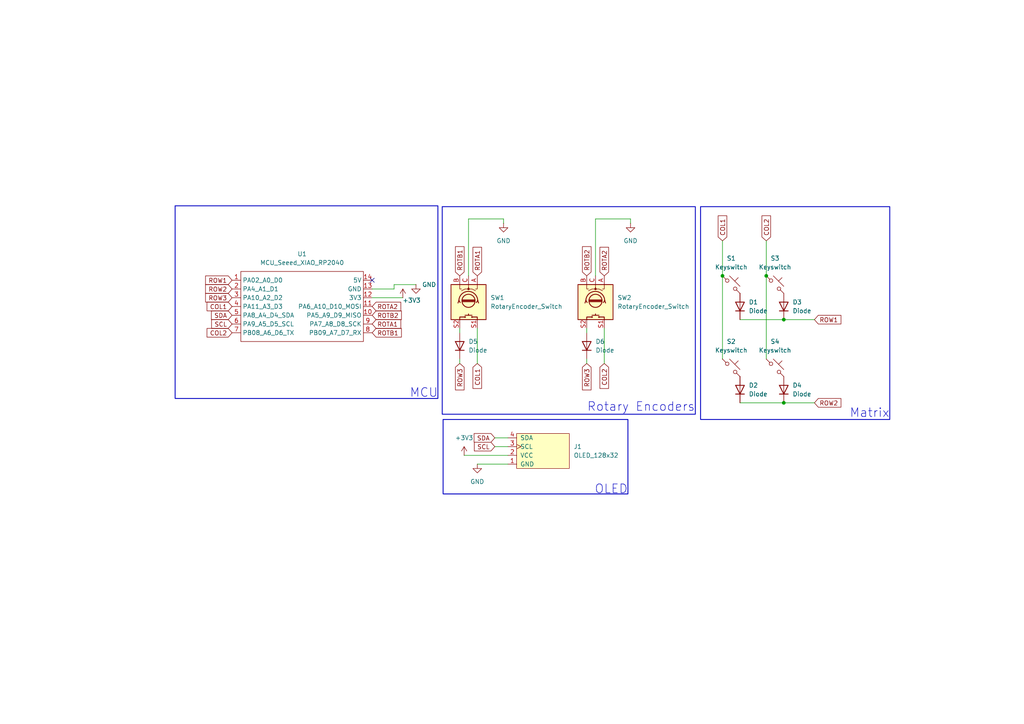
<source format=kicad_sch>
(kicad_sch (version 20231120) (generator "eeschema") (generator_version "8.0")
  (paper "A4")
  (lib_symbols
    (symbol "Device:RotaryEncoder_Switch" (pin_names (offset 0.254) hide)
      (property "Reference" "SW" (at 0 6.604 0))
      (property "Value" "RotaryEncoder_Switch" (at 0 -6.604 0))
      (symbol "RotaryEncoder_Switch_0_1"
        (rectangle (start -5.08 5.08) (end 5.08 -5.08) (stroke (width 0.254)) (fill (type background)))
        (circle (center -3.81 0) (radius 0.254) (fill (type outline)))
        (circle (center -0.381 0) (radius 1.905) (stroke (width 0.254)))
        (arc (start -0.381 2.667) (mid -3.0988 -0.0635) (end -0.381 -2.794) (stroke (width 0.254)))
        (polyline (pts (xy -0.635 -1.778) (xy -0.635 1.778)) (stroke (width 0.254)))
        (polyline (pts (xy -0.381 -1.778) (xy -0.381 1.778)) (stroke (width 0.254)))
        (polyline (pts (xy -0.127 1.778) (xy -0.127 -1.778)) (stroke (width 0.254)))
        (polyline (pts (xy 3.81 0) (xy 3.429 0)) (stroke (width 0.254)))
        (polyline (pts (xy 3.81 1.016) (xy 3.81 -1.016)) (stroke (width 0.254)))
        (polyline (pts (xy -5.08 -2.54) (xy -3.81 -2.54) (xy -3.81 -2.032)))
        (polyline (pts (xy -5.08 2.54) (xy -3.81 2.54) (xy -3.81 2.032)))
        (polyline (pts (xy 0.254 -3.048) (xy -0.508 -2.794) (xy 0.127 -2.413)) (stroke (width 0.254)))
        (polyline (pts (xy 0.254 2.921) (xy -0.508 2.667) (xy 0.127 2.286)) (stroke (width 0.254)))
        (polyline (pts (xy 5.08 -2.54) (xy 4.318 -2.54) (xy 4.318 -1.016)) (stroke (width 0.254)))
        (polyline (pts (xy 5.08 2.54) (xy 4.318 2.54) (xy 4.318 1.016)) (stroke (width 0.254)))
        (polyline (pts (xy -5.08 0) (xy -3.81 0) (xy -3.81 -1.016) (xy -3.302 -2.032)))
        (polyline (pts (xy -4.318 0) (xy -3.81 0) (xy -3.81 1.016) (xy -3.302 2.032)))
        (circle (center 4.318 -1.016) (radius 0.127) (stroke (width 0.254)))
        (circle (center 4.318 1.016) (radius 0.127) (stroke (width 0.254)))
      )
      (symbol "RotaryEncoder_Switch_1_1"
        (pin passive line (at -7.62 2.54 0) (length 2.54) (name "A") (number "A"))
        (pin passive line (at -7.62 -2.54 0) (length 2.54) (name "B") (number "B"))
        (pin passive line (at -7.62 0 0) (length 2.54) (name "C") (number "C"))
        (pin passive line (at 7.62 2.54 180) (length 2.54) (name "S1") (number "S1"))
        (pin passive line (at 7.62 -2.54 180) (length 2.54) (name "S2") (number "S2"))
      )
    )
    (symbol "ScottoKeebs:MCU_Seeed_XIAO_RP2040"
      (property "Reference" "U" (at -16.51 11.43 0))
      (property "Value" "MCU_Seeed_XIAO_RP2040" (at -3.81 -11.43 0))
      (symbol "MCU_Seeed_XIAO_RP2040_0_1"
        (rectangle (start -16.51 10.16) (end 19.05 -10.16))
      )
      (symbol "MCU_Seeed_XIAO_RP2040_1_1"
        (pin passive line (at -19.05 7.62 0) (length 2.54) (name "PA02_A0_D0") (number "1"))
        (pin passive line (at 21.59 -2.54 180) (length 2.54) (name "PA5_A9_D9_MISO") (number "10"))
        (pin passive line (at 21.59 0 180) (length 2.54) (name "PA6_A10_D10_MOSI") (number "11"))
        (pin passive line (at 21.59 2.54 180) (length 2.54) (name "3V3") (number "12"))
        (pin passive line (at 21.59 5.08 180) (length 2.54) (name "GND") (number "13"))
        (pin passive line (at 21.59 7.62 180) (length 2.54) (name "5V") (number "14"))
        (pin passive line (at -19.05 5.08 0) (length 2.54) (name "PA4_A1_D1") (number "2"))
        (pin passive line (at -19.05 2.54 0) (length 2.54) (name "PA10_A2_D2") (number "3"))
        (pin passive line (at -19.05 0 0) (length 2.54) (name "PA11_A3_D3") (number "4"))
        (pin passive line (at -19.05 -2.54 0) (length 2.54) (name "PA8_A4_D4_SDA") (number "5"))
        (pin passive line (at -19.05 -5.08 0) (length 2.54) (name "PA9_A5_D5_SCL") (number "6"))
        (pin passive line (at -19.05 -7.62 0) (length 2.54) (name "PB08_A6_D6_TX") (number "7"))
        (pin passive line (at 21.59 -7.62 180) (length 2.54) (name "PB09_A7_D7_RX") (number "8"))
        (pin passive line (at 21.59 -5.08 180) (length 2.54) (name "PA7_A8_D8_SCK") (number "9"))
      )
    )
    (symbol "ScottoKeebs:OLED_128x32" (pin_names (offset 1.016))
      (property "Reference" "J" (at 0 -6.35 0))
      (property "Value" "OLED_128x32" (at 0 6.35 0))
      (symbol "OLED_128x32_0_1"
        (rectangle (start 0 5.08) (end 15.24 -5.08) (fill (type background)))
      )
      (symbol "OLED_128x32_1_1"
        (pin power_in line (at -2.54 -3.81 0) (length 2.54) (name "GND") (number "1"))
        (pin power_in line (at -2.54 -1.27 0) (length 2.54) (name "VCC") (number "2"))
        (pin input clock (at -2.54 1.27 0) (length 2.54) (name "SCL") (number "3"))
        (pin bidirectional line (at -2.54 3.81 0) (length 2.54) (name "SDA") (number "4"))
      )
    )
    (symbol "ScottoKeebs:Placeholder_Diode" (pin_numbers hide) (pin_names hide)
      (property "Reference" "D" (at 0 2.54 0))
      (property "Value" "Diode" (at 0 -2.54 0))
      (symbol "Placeholder_Diode_0_1"
        (polyline (pts (xy -1.27 1.27) (xy -1.27 -1.27)) (stroke (width 0.254)))
        (polyline (pts (xy 1.27 0) (xy -1.27 0)))
        (polyline (pts (xy 1.27 1.27) (xy 1.27 -1.27) (xy -1.27 0) (xy 1.27 1.27)) (stroke (width 0.254)))
      )
      (symbol "Placeholder_Diode_1_1"
        (pin passive line (at -3.81 0 0) (length 2.54) (name "K") (number "1"))
        (pin passive line (at 3.81 0 180) (length 2.54) (name "A") (number "2"))
      )
    )
    (symbol "ScottoKeebs:Placeholder_Keyswitch" (pin_numbers hide) (pin_names (offset 1.016) hide)
      (property "Reference" "S" (at 3.048 1.016 0))
      (property "Value" "Keyswitch" (at 0 -3.81 0))
      (symbol "Placeholder_Keyswitch_0_1"
        (circle (center -1.1684 1.1684) (radius 0.508))
        (polyline (pts (xy -0.508 2.54) (xy 2.54 -0.508)))
        (polyline (pts (xy 1.016 1.016) (xy 2.032 2.032)))
        (polyline (pts (xy -2.54 2.54) (xy -1.524 1.524) (xy -1.524 1.524)))
        (polyline (pts (xy 1.524 -1.524) (xy 2.54 -2.54) (xy 2.54 -2.54) (xy 2.54 -2.54)))
        (circle (center 1.143 -1.1938) (radius 0.508))
        (pin passive line (at -2.54 2.54 0) (length 0) (name "1") (number "1"))
        (pin passive line (at 2.54 -2.54 180) (length 0) (name "2") (number "2"))
      )
    )
    (symbol "power:+3V3" (power) (pin_numbers hide) (pin_names (offset 0) hide)
      (property "Value" "+3V3" (at 0 3.556 0))
      (symbol "+3V3_0_1"
        (polyline (pts (xy -0.762 1.27) (xy 0 2.54)))
        (polyline (pts (xy 0 0) (xy 0 2.54)))
        (polyline (pts (xy 0 2.54) (xy 0.762 1.27)))
      )
      (symbol "+3V3_1_1"
        (pin power_in line (at 0 0 90) (length 0) (name "~") (number "1"))
      )
    )
    (symbol "power:GND" (power) (pin_numbers hide) (pin_names (offset 0) hide)
      (property "Value" "GND" (at 0 -3.81 0))
      (symbol "GND_0_1"
        (polyline (pts (xy 0 0) (xy 0 -1.27) (xy 1.27 -1.27) (xy 0 -2.54) (xy -1.27 -1.27) (xy 0 -1.27)))
      )
      (symbol "GND_1_1"
        (pin power_in line (at 0 0 270) (length 0) (name "~") (number "1"))
      )
    )
  )
  (junction (at 227.33 92.71))
  (junction (at 209.55 80.01))
  (junction (at 227.33 116.84))
  (junction (at 222.25 80.01))
  (no_connect (at 107.95 81.28))
  (wire (pts (xy 222.25 69.85) (xy 222.25 80.01)))
  (wire (pts (xy 133.35 105.41) (xy 133.35 104.14)))
  (wire (pts (xy 114.3 83.82) (xy 107.95 83.82)))
  (wire (pts (xy 146.05 64.77) (xy 146.05 63.5)))
  (wire (pts (xy 214.63 92.71) (xy 227.33 92.71)))
  (wire (pts (xy 133.35 95.25) (xy 133.35 96.52)))
  (wire (pts (xy 134.62 132.08) (xy 147.32 132.08)))
  (wire (pts (xy 170.18 105.41) (xy 170.18 104.14)))
  (wire (pts (xy 227.33 116.84) (xy 236.22 116.84)))
  (wire (pts (xy 227.33 92.71) (xy 236.22 92.71)))
  (wire (pts (xy 209.55 69.85) (xy 209.55 80.01)))
  (wire (pts (xy 175.26 105.41) (xy 175.26 95.25)))
  (wire (pts (xy 135.89 63.5) (xy 135.89 80.01)))
  (wire (pts (xy 116.84 86.36) (xy 107.95 86.36)))
  (wire (pts (xy 182.88 64.77) (xy 182.88 63.5)))
  (wire (pts (xy 214.63 116.84) (xy 227.33 116.84)))
  (wire (pts (xy 170.18 96.52) (xy 170.18 95.25)))
  (wire (pts (xy 138.43 105.41) (xy 138.43 95.25)))
  (wire (pts (xy 138.43 134.62) (xy 147.32 134.62)))
  (wire (pts (xy 114.3 82.55) (xy 120.65 82.55)))
  (wire (pts (xy 172.72 63.5) (xy 172.72 80.01)))
  (wire (pts (xy 114.3 82.55) (xy 114.3 83.82)))
  (wire (pts (xy 209.55 80.01) (xy 209.55 104.14)))
  (wire (pts (xy 146.05 63.5) (xy 135.89 63.5)))
  (wire (pts (xy 143.51 127) (xy 147.32 127)))
  (wire (pts (xy 222.25 80.01) (xy 222.25 104.14)))
  (wire (pts (xy 143.51 129.54) (xy 147.32 129.54)))
  (wire (pts (xy 182.88 63.5) (xy 172.72 63.5)))
  (rectangle (start 128.524 121.666) (end 182.118 143.256) (stroke (width 0.254)))
  (rectangle (start 203.2 59.944) (end 258.064 121.666) (stroke (width 0.254)))
  (rectangle (start 50.8 59.69) (end 127 115.57) (stroke (width 0.254)))
  (rectangle (start 128.27 59.944) (end 201.676 120.142) (stroke (width 0.254)))
  (text "MCU" (at 122.936 114.046 0) (effects (font (size 2.54 2.54))))
  (text "Rotary Encoders" (at 185.928 118.11 0) (effects (font (size 2.54 2.54))))
  (text "Matrix" (at 252.222 119.888 0) (effects (font (size 2.54 2.54))))
  (text "OLED" (at 177.292 141.986 0) (effects (font (size 2.54 2.54))))
  (global_label "ROTA1" (shape input) (at 138.43 80.01 90) (property "Intersheetrefs" "${INTERSHEET_REFS}" (effects (hide yes))))
  (global_label "ROW2" (shape input) (at 67.31 83.82 180) (property "Intersheetrefs" "${INTERSHEET_REFS}" (effects (hide yes))))
  (global_label "COL1" (shape input) (at 209.55 69.85 90) (property "Intersheetrefs" "${INTERSHEET_REFS}" (effects (hide yes))))
  (global_label "SDA" (shape input) (at 143.51 127 180) (property "Intersheetrefs" "${INTERSHEET_REFS}" (effects (hide yes))))
  (global_label "ROW1" (shape input) (at 67.31 81.28 180) (property "Intersheetrefs" "${INTERSHEET_REFS}" (effects (hide yes))))
  (global_label "ROTB1" (shape input) (at 133.35 80.01 90) (property "Intersheetrefs" "${INTERSHEET_REFS}" (effects (hide yes))))
  (global_label "COL2" (shape input) (at 67.31 96.52 180) (property "Intersheetrefs" "${INTERSHEET_REFS}" (effects (hide yes))))
  (global_label "SDA" (shape input) (at 67.31 91.44 180) (property "Intersheetrefs" "${INTERSHEET_REFS}" (effects (hide yes))))
  (global_label "COL2" (shape input) (at 175.26 105.41 270) (property "Intersheetrefs" "${INTERSHEET_REFS}" (effects (hide yes))))
  (global_label "ROW3" (shape input) (at 133.35 105.41 270) (property "Intersheetrefs" "${INTERSHEET_REFS}" (effects (hide yes))))
  (global_label "COL2" (shape input) (at 222.25 69.85 90) (property "Intersheetrefs" "${INTERSHEET_REFS}" (effects (hide yes))))
  (global_label "ROW3" (shape input) (at 67.31 86.36 180) (property "Intersheetrefs" "${INTERSHEET_REFS}" (effects (hide yes))))
  (global_label "ROTB2" (shape input) (at 170.18 80.01 90) (property "Intersheetrefs" "${INTERSHEET_REFS}" (effects (hide yes))))
  (global_label "ROTA2" (shape input) (at 107.95 88.9 0) (property "Intersheetrefs" "${INTERSHEET_REFS}" (effects (hide yes))))
  (global_label "COL1" (shape input) (at 67.31 88.9 180) (property "Intersheetrefs" "${INTERSHEET_REFS}" (effects (hide yes))))
  (global_label "COL1" (shape input) (at 138.43 105.41 270) (property "Intersheetrefs" "${INTERSHEET_REFS}" (effects (hide yes))))
  (global_label "ROTB2" (shape input) (at 107.95 91.44 0) (property "Intersheetrefs" "${INTERSHEET_REFS}" (effects (hide yes))))
  (global_label "ROW2" (shape input) (at 236.22 116.84 0) (property "Intersheetrefs" "${INTERSHEET_REFS}" (effects (hide yes))))
  (global_label "ROTB1" (shape input) (at 107.95 96.52 0) (property "Intersheetrefs" "${INTERSHEET_REFS}" (effects (hide yes))))
  (global_label "SCL" (shape input) (at 67.31 93.98 180) (property "Intersheetrefs" "${INTERSHEET_REFS}" (effects (hide yes))))
  (global_label "ROTA1" (shape input) (at 107.95 93.98 0) (property "Intersheetrefs" "${INTERSHEET_REFS}" (effects (hide yes))))
  (global_label "ROTA2" (shape input) (at 175.26 80.01 90) (property "Intersheetrefs" "${INTERSHEET_REFS}" (effects (hide yes))))
  (global_label "ROW3" (shape input) (at 170.18 105.41 270) (property "Intersheetrefs" "${INTERSHEET_REFS}" (effects (hide yes))))
  (global_label "SCL" (shape input) (at 143.51 129.54 180) (property "Intersheetrefs" "${INTERSHEET_REFS}" (effects (hide yes))))
  (global_label "ROW1" (shape input) (at 236.22 92.71 0) (property "Intersheetrefs" "${INTERSHEET_REFS}" (effects (hide yes))))
  (symbol (lib_id "ScottoKeebs:OLED_128x32") (at 149.86 130.81 0) (unit 1)
    (property "Reference" "J1" (at 166.37 129.5399 0) (effects (justify left)))
    (property "Value" "OLED_128x32" (at 166.37 132.0799 0) (effects (justify left)))
    (property "Footprint" "ScottoKeebs_Components:OLED_128x32" (effects (hide yes)))
  )
  (symbol (lib_id "ScottoKeebs:Placeholder_Keyswitch") (at 224.79 106.68 0) (unit 1)
    (property "Reference" "S4" (at 224.79 99.06 0))
    (property "Value" "Keyswitch" (at 224.79 101.6 0))
    (property "Footprint" "ScottoKeebs_Scotto:MX_Hotswap_1.00u" (effects (hide yes)))
    (property "Description" "Push button switch, normally open, two pins, 45° tilted" (effects (hide yes)))
  )
  (symbol (lib_id "power:+3V3") (at 134.62 132.08 0) (unit 1)
    (property "Reference" "#PWR03" (effects (hide yes)))
    (property "Value" "+3V3" (at 134.62 127 0))
    (property "Description" "Power symbol creates a global label with name \"+3V3\"" (effects (hide yes)))
  )
  (symbol (lib_id "power:GND") (at 182.88 64.77 0) (unit 1)
    (property "Reference" "#PWR012" (effects (hide yes)))
    (property "Value" "GND" (at 182.88 69.85 0))
    (property "Description" "Power symbol creates a global label with name \"GND\" , ground" (effects (hide yes)))
  )
  (symbol (lib_id "ScottoKeebs:Placeholder_Diode") (at 227.33 88.9 90) (unit 1)
    (property "Reference" "D3" (at 229.87 87.6299 90) (effects (justify right)))
    (property "Value" "Diode" (at 229.87 90.1699 90) (effects (justify right)))
    (property "Footprint" "ScottoKeebs_Components:Diode_DO-35" (effects (hide yes)))
    (property "Description" "1N4148 (DO-35) or 1N4148W (SOD-123)" (effects (hide yes)))
    (property "Sim.Device" "D" (effects (hide yes)))
    (property "Sim.Pins" "1=K 2=A" (effects (hide yes)))
  )
  (symbol (lib_id "power:GND") (at 146.05 64.77 0) (unit 1)
    (property "Reference" "#PWR011" (effects (hide yes)))
    (property "Value" "GND" (at 146.05 69.85 0))
    (property "Description" "Power symbol creates a global label with name \"GND\" , ground" (effects (hide yes)))
  )
  (symbol (lib_id "ScottoKeebs:Placeholder_Diode") (at 170.18 100.33 90) (unit 1)
    (property "Reference" "D6" (at 172.72 99.0599 90) (effects (justify right)))
    (property "Value" "Diode" (at 172.72 101.5999 90) (effects (justify right)))
    (property "Footprint" "ScottoKeebs_Components:Diode_DO-35" (effects (hide yes)))
    (property "Description" "1N4148 (DO-35) or 1N4148W (SOD-123)" (effects (hide yes)))
    (property "Sim.Device" "D" (effects (hide yes)))
    (property "Sim.Pins" "1=K 2=A" (effects (hide yes)))
  )
  (symbol (lib_id "Device:RotaryEncoder_Switch") (at 172.72 87.63 270) (unit 1)
    (property "Reference" "SW2" (at 179.07 86.3599 90) (effects (justify left)))
    (property "Value" "RotaryEncoder_Switch" (at 179.07 88.8999 90) (effects (justify left)))
    (property "Footprint" "ScottoKeebs_Scotto:Encoder_EC11_MX" (effects (hide yes)))
    (property "Description" "Rotary encoder, dual channel, incremental quadrate outputs, with switch" (effects (hide yes)))
  )
  (symbol (lib_id "ScottoKeebs:MCU_Seeed_XIAO_RP2040") (at 86.36 88.9 0) (unit 1)
    (property "Reference" "U1" (at 87.63 73.66 0))
    (property "Value" "MCU_Seeed_XIAO_RP2040" (at 87.63 76.2 0))
    (property "Footprint" "ScottoKeebs_MCU:Seeed_XIAO_RP2040" (effects (hide yes)))
  )
  (symbol (lib_id "power:+3V3") (at 116.84 86.36 0) (unit 1)
    (property "Reference" "#PWR02" (effects (hide yes)))
    (property "Value" "+3V3" (at 119.38 87.122 0))
    (property "Description" "Power symbol creates a global label with name \"+3V3\"" (effects (hide yes)))
  )
  (symbol (lib_id "power:GND") (at 138.43 134.62 0) (unit 1)
    (property "Reference" "#PWR04" (effects (hide yes)))
    (property "Value" "GND" (at 138.43 139.7 0))
    (property "Description" "Power symbol creates a global label with name \"GND\" , ground" (effects (hide yes)))
  )
  (symbol (lib_id "Device:RotaryEncoder_Switch") (at 135.89 87.63 270) (unit 1)
    (property "Reference" "SW1" (at 142.24 86.3599 90) (effects (justify left)))
    (property "Value" "RotaryEncoder_Switch" (at 142.24 88.8999 90) (effects (justify left)))
    (property "Footprint" "ScottoKeebs_Scotto:Encoder_EC11_MX" (effects (hide yes)))
    (property "Description" "Rotary encoder, dual channel, incremental quadrate outputs, with switch" (effects (hide yes)))
  )
  (symbol (lib_id "ScottoKeebs:Placeholder_Diode") (at 214.63 113.03 90) (unit 1)
    (property "Reference" "D2" (at 217.17 111.7599 90) (effects (justify right)))
    (property "Value" "Diode" (at 217.17 114.2999 90) (effects (justify right)))
    (property "Footprint" "ScottoKeebs_Components:Diode_DO-35" (effects (hide yes)))
    (property "Description" "1N4148 (DO-35) or 1N4148W (SOD-123)" (effects (hide yes)))
    (property "Sim.Device" "D" (effects (hide yes)))
    (property "Sim.Pins" "1=K 2=A" (effects (hide yes)))
  )
  (symbol (lib_id "power:GND") (at 120.65 82.55 0) (unit 1)
    (property "Reference" "#PWR01" (effects (hide yes)))
    (property "Value" "GND" (at 124.46 82.55 0))
    (property "Description" "Power symbol creates a global label with name \"GND\" , ground" (effects (hide yes)))
  )
  (symbol (lib_id "ScottoKeebs:Placeholder_Diode") (at 133.35 100.33 90) (unit 1)
    (property "Reference" "D5" (at 135.89 99.0599 90) (effects (justify right)))
    (property "Value" "Diode" (at 135.89 101.5999 90) (effects (justify right)))
    (property "Footprint" "ScottoKeebs_Components:Diode_DO-35" (effects (hide yes)))
    (property "Description" "1N4148 (DO-35) or 1N4148W (SOD-123)" (effects (hide yes)))
    (property "Sim.Device" "D" (effects (hide yes)))
    (property "Sim.Pins" "1=K 2=A" (effects (hide yes)))
  )
  (symbol (lib_id "ScottoKeebs:Placeholder_Diode") (at 214.63 88.9 90) (unit 1)
    (property "Reference" "D1" (at 217.17 87.6299 90) (effects (justify right)))
    (property "Value" "Diode" (at 217.17 90.1699 90) (effects (justify right)))
    (property "Footprint" "ScottoKeebs_Components:Diode_DO-35" (effects (hide yes)))
    (property "Description" "1N4148 (DO-35) or 1N4148W (SOD-123)" (effects (hide yes)))
    (property "Sim.Device" "D" (effects (hide yes)))
    (property "Sim.Pins" "1=K 2=A" (effects (hide yes)))
  )
  (symbol (lib_id "ScottoKeebs:Placeholder_Keyswitch") (at 224.79 82.55 0) (unit 1)
    (property "Reference" "S3" (at 224.79 74.93 0))
    (property "Value" "Keyswitch" (at 224.79 77.47 0))
    (property "Footprint" "ScottoKeebs_Scotto:MX_Hotswap_1.00u" (effects (hide yes)))
    (property "Description" "Push button switch, normally open, two pins, 45° tilted" (effects (hide yes)))
  )
  (symbol (lib_id "ScottoKeebs:Placeholder_Diode") (at 227.33 113.03 90) (unit 1)
    (property "Reference" "D4" (at 229.87 111.7599 90) (effects (justify right)))
    (property "Value" "Diode" (at 229.87 114.2999 90) (effects (justify right)))
    (property "Footprint" "ScottoKeebs_Components:Diode_DO-35" (effects (hide yes)))
    (property "Description" "1N4148 (DO-35) or 1N4148W (SOD-123)" (effects (hide yes)))
    (property "Sim.Device" "D" (effects (hide yes)))
    (property "Sim.Pins" "1=K 2=A" (effects (hide yes)))
  )
  (symbol (lib_id "ScottoKeebs:Placeholder_Keyswitch") (at 212.09 106.68 0) (unit 1)
    (property "Reference" "S2" (at 212.09 99.06 0))
    (property "Value" "Keyswitch" (at 212.09 101.6 0))
    (property "Footprint" "ScottoKeebs_Scotto:MX_Hotswap_1.00u" (effects (hide yes)))
    (property "Description" "Push button switch, normally open, two pins, 45° tilted" (effects (hide yes)))
  )
  (symbol (lib_id "ScottoKeebs:Placeholder_Keyswitch") (at 212.09 82.55 0) (unit 1)
    (property "Reference" "S1" (at 212.09 74.93 0))
    (property "Value" "Keyswitch" (at 212.09 77.47 0))
    (property "Footprint" "ScottoKeebs_Scotto:MX_Hotswap_1.00u" (effects (hide yes)))
    (property "Description" "Push button switch, normally open, two pins, 45° tilted" (effects (hide yes)))
  )
)
</source>
